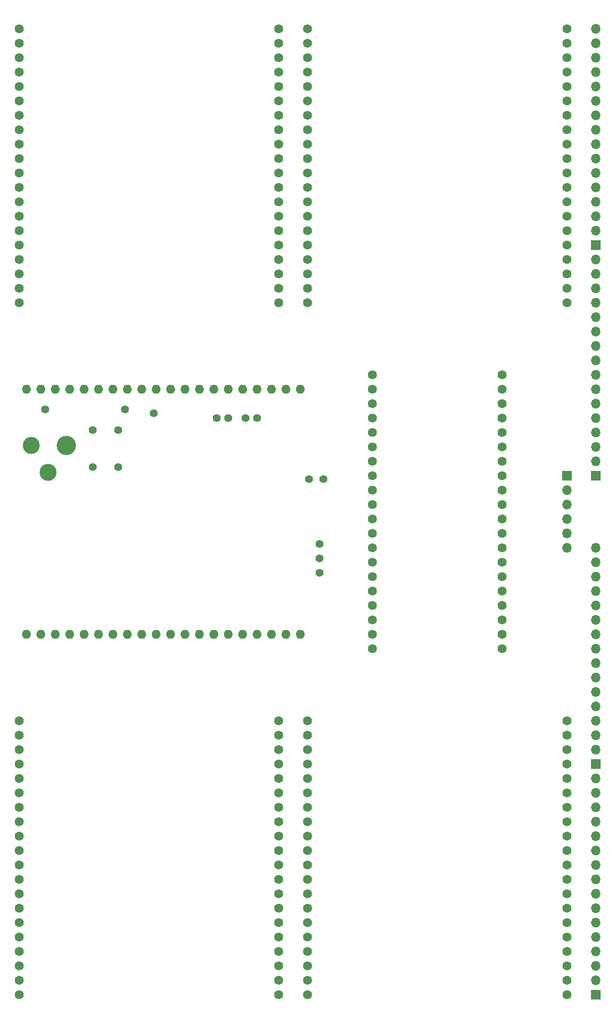
<source format=gbs>
%TF.GenerationSoftware,KiCad,Pcbnew,7.0.5*%
%TF.CreationDate,2024-02-13T10:15:40+02:00*%
%TF.ProjectId,Pico Wide GPIO,5069636f-2057-4696-9465-204750494f2e,rev?*%
%TF.SameCoordinates,PX1c76608PY1287e58*%
%TF.FileFunction,Soldermask,Bot*%
%TF.FilePolarity,Negative*%
%FSLAX46Y46*%
G04 Gerber Fmt 4.6, Leading zero omitted, Abs format (unit mm)*
G04 Created by KiCad (PCBNEW 7.0.5) date 2024-02-13 10:15:40*
%MOMM*%
%LPD*%
G01*
G04 APERTURE LIST*
%ADD10C,1.600000*%
%ADD11R,1.700000X1.700000*%
%ADD12O,1.700000X1.700000*%
%ADD13C,1.400000*%
%ADD14C,3.000000*%
%ADD15C,3.400000*%
%ADD16O,1.600000X1.600000*%
G04 APERTURE END LIST*
D10*
%TO.C,B6*%
X62230000Y-60960000D03*
X62230000Y-63500000D03*
X62230000Y-66040000D03*
X62230000Y-68580000D03*
X62230000Y-71120000D03*
X62230000Y-73660000D03*
X62230000Y-76200000D03*
X62230000Y-78740000D03*
X62230000Y-81280000D03*
X62230000Y-83820000D03*
X62230000Y-86360000D03*
X62230000Y-88900000D03*
X62230000Y-91440000D03*
X62230000Y-93980000D03*
X62230000Y-96520000D03*
X62230000Y-99060000D03*
X62230000Y-101600000D03*
X62230000Y-104140000D03*
X62230000Y-106680000D03*
X62230000Y-109220000D03*
X85090000Y-109220000D03*
X85090000Y-106680000D03*
X85090000Y-104140000D03*
X85090000Y-101600000D03*
X85090000Y-99060000D03*
X85090000Y-96520000D03*
X85090000Y-93980000D03*
X85090000Y-91440000D03*
X85090000Y-88900000D03*
X85090000Y-86360000D03*
X85090000Y-83820000D03*
X85090000Y-81280000D03*
X85090000Y-78740000D03*
X85090000Y-76200000D03*
X85090000Y-73660000D03*
X85090000Y-71120000D03*
X85090000Y-68580000D03*
X85090000Y-66040000D03*
X85090000Y-63500000D03*
X85090000Y-60960000D03*
%TD*%
D11*
%TO.C,J4*%
X101600000Y-170180000D03*
D12*
X101600000Y-167640000D03*
X101600000Y-165100000D03*
X101600000Y-162560000D03*
X101600000Y-160020000D03*
X101600000Y-157480000D03*
X101600000Y-154940000D03*
X101600000Y-152400000D03*
X101600000Y-149860000D03*
X101600000Y-147320000D03*
X101600000Y-144780000D03*
X101600000Y-142240000D03*
X101600000Y-139700000D03*
X101600000Y-137160000D03*
X101600000Y-134620000D03*
X101600000Y-132080000D03*
%TD*%
D13*
%TO.C,B5*%
X52919161Y-95863210D03*
X52919161Y-93323210D03*
X52919161Y-90783210D03*
X51017159Y-79353210D03*
X53557159Y-79353210D03*
D14*
X5108800Y-78106000D03*
D13*
X12956999Y-77164000D03*
X17456999Y-77164000D03*
D14*
X2108800Y-73406000D03*
D15*
X8308800Y-73406000D03*
D13*
X12956999Y-70664000D03*
X17456999Y-70664000D03*
X34844399Y-68580000D03*
X36844399Y-68580000D03*
X39924401Y-68580000D03*
X41924401Y-68580000D03*
X23752000Y-67691000D03*
X4572000Y-67056000D03*
X18672000Y-67056000D03*
D16*
X1270000Y-106680000D03*
X3810000Y-106680000D03*
X6350000Y-106680000D03*
X8890000Y-106680000D03*
X11430000Y-106680000D03*
X13970000Y-106680000D03*
X16510000Y-106680000D03*
X19050000Y-106680000D03*
X21590000Y-106680000D03*
X24130000Y-106680000D03*
X26670000Y-106680000D03*
X29210000Y-106680000D03*
X31750000Y-106680000D03*
X34290000Y-106680000D03*
X36830000Y-106680000D03*
X39370000Y-106680000D03*
X41910000Y-106680000D03*
X44450000Y-106680000D03*
X46990000Y-106680000D03*
X49530000Y-106680000D03*
X49530000Y-63500000D03*
X46990000Y-63500000D03*
X44450000Y-63500000D03*
X41910000Y-63500000D03*
X39370000Y-63500000D03*
X36830000Y-63500000D03*
X34290000Y-63500000D03*
X31750000Y-63500000D03*
X29210000Y-63500000D03*
X26670000Y-63500000D03*
X24130000Y-63500000D03*
X21590000Y-63500000D03*
X19050000Y-63500000D03*
X16510000Y-63500000D03*
X13970000Y-63500000D03*
X11430000Y-63500000D03*
X8890000Y-63500000D03*
X6350000Y-63500000D03*
X3810000Y-63500000D03*
X1270000Y-63500000D03*
%TD*%
D10*
%TO.C,B1*%
X50800000Y-121920000D03*
X50800000Y-124460000D03*
X50800000Y-127000000D03*
X50800000Y-129540000D03*
X50800000Y-132080000D03*
X50800000Y-134620000D03*
X50800000Y-137160000D03*
X50800000Y-139700000D03*
X50800000Y-142240000D03*
X50800000Y-144780000D03*
X50800000Y-147320000D03*
X50800000Y-149860000D03*
X50800000Y-152400000D03*
X50800000Y-154940000D03*
X50800000Y-157480000D03*
X50800000Y-160020000D03*
X50800000Y-162560000D03*
X50800000Y-165100000D03*
X50800000Y-167640000D03*
X50800000Y-170180000D03*
X96520000Y-170180000D03*
X96520000Y-167640000D03*
X96520000Y-165100000D03*
X96520000Y-162560000D03*
X96520000Y-160020000D03*
X96520000Y-157480000D03*
X96520000Y-154940000D03*
X96520000Y-152400000D03*
X96520000Y-149860000D03*
X96520000Y-147320000D03*
X96520000Y-144780000D03*
X96520000Y-142240000D03*
X96520000Y-139700000D03*
X96520000Y-137160000D03*
X96520000Y-134620000D03*
X96520000Y-132080000D03*
X96520000Y-129540000D03*
X96520000Y-127000000D03*
X96520000Y-124460000D03*
X96520000Y-121920000D03*
%TD*%
D11*
%TO.C,J7*%
X101600000Y-38100000D03*
D12*
X101600000Y-35560000D03*
X101600000Y-33020000D03*
X101600000Y-30480000D03*
X101600000Y-27940000D03*
X101600000Y-25400000D03*
X101600000Y-22860000D03*
X101600000Y-20320000D03*
X101600000Y-17780000D03*
X101600000Y-15240000D03*
X101600000Y-12700000D03*
X101600000Y-10160000D03*
X101600000Y-7620000D03*
X101600000Y-5080000D03*
X101600000Y-2540000D03*
X101600000Y0D03*
%TD*%
D11*
%TO.C,J6*%
X101600000Y-78740000D03*
D12*
X101600000Y-76200000D03*
X101600000Y-73660000D03*
X101600000Y-71120000D03*
X101600000Y-68580000D03*
X101600000Y-66040000D03*
X101600000Y-63500000D03*
X101600000Y-60960000D03*
X101600000Y-58420000D03*
X101600000Y-55880000D03*
X101600000Y-53340000D03*
X101600000Y-50800000D03*
X101600000Y-48260000D03*
X101600000Y-45720000D03*
X101600000Y-43180000D03*
X101600000Y-40640000D03*
%TD*%
D10*
%TO.C,B3*%
X0Y0D03*
X0Y-2540000D03*
X0Y-5080000D03*
X0Y-7620000D03*
X0Y-10160000D03*
X0Y-12700000D03*
X0Y-15240000D03*
X0Y-17780000D03*
X0Y-20320000D03*
X0Y-22860000D03*
X0Y-25400000D03*
X0Y-27940000D03*
X0Y-30480000D03*
X0Y-33020000D03*
X0Y-35560000D03*
X0Y-38100000D03*
X0Y-40640000D03*
X0Y-43180000D03*
X0Y-45720000D03*
X0Y-48260000D03*
X45720000Y-48260000D03*
X45720000Y-45720000D03*
X45720000Y-43180000D03*
X45720000Y-40640000D03*
X45720000Y-38100000D03*
X45720000Y-35560000D03*
X45720000Y-33020000D03*
X45720000Y-30480000D03*
X45720000Y-27940000D03*
X45720000Y-25400000D03*
X45720000Y-22860000D03*
X45720000Y-20320000D03*
X45720000Y-17780000D03*
X45720000Y-15240000D03*
X45720000Y-12700000D03*
X45720000Y-10160000D03*
X45720000Y-7620000D03*
X45720000Y-5080000D03*
X45720000Y-2540000D03*
X45720000Y0D03*
%TD*%
D11*
%TO.C,J9*%
X96520000Y-78740000D03*
D12*
X96520000Y-81280000D03*
X96520000Y-83820000D03*
X96520000Y-86360000D03*
X96520000Y-88900000D03*
X96520000Y-91440000D03*
%TD*%
D10*
%TO.C,B2*%
X0Y-121920000D03*
X0Y-124460000D03*
X0Y-127000000D03*
X0Y-129540000D03*
X0Y-132080000D03*
X0Y-134620000D03*
X0Y-137160000D03*
X0Y-139700000D03*
X0Y-142240000D03*
X0Y-144780000D03*
X0Y-147320000D03*
X0Y-149860000D03*
X0Y-152400000D03*
X0Y-154940000D03*
X0Y-157480000D03*
X0Y-160020000D03*
X0Y-162560000D03*
X0Y-165100000D03*
X0Y-167640000D03*
X0Y-170180000D03*
X45720000Y-170180000D03*
X45720000Y-167640000D03*
X45720000Y-165100000D03*
X45720000Y-162560000D03*
X45720000Y-160020000D03*
X45720000Y-157480000D03*
X45720000Y-154940000D03*
X45720000Y-152400000D03*
X45720000Y-149860000D03*
X45720000Y-147320000D03*
X45720000Y-144780000D03*
X45720000Y-142240000D03*
X45720000Y-139700000D03*
X45720000Y-137160000D03*
X45720000Y-134620000D03*
X45720000Y-132080000D03*
X45720000Y-129540000D03*
X45720000Y-127000000D03*
X45720000Y-124460000D03*
X45720000Y-121920000D03*
%TD*%
%TO.C,B4*%
X50800000Y0D03*
X50800000Y-2540000D03*
X50800000Y-5080000D03*
X50800000Y-7620000D03*
X50800000Y-10160000D03*
X50800000Y-12700000D03*
X50800000Y-15240000D03*
X50800000Y-17780000D03*
X50800000Y-20320000D03*
X50800000Y-22860000D03*
X50800000Y-25400000D03*
X50800000Y-27940000D03*
X50800000Y-30480000D03*
X50800000Y-33020000D03*
X50800000Y-35560000D03*
X50800000Y-38100000D03*
X50800000Y-40640000D03*
X50800000Y-43180000D03*
X50800000Y-45720000D03*
X50800000Y-48260000D03*
X96520000Y-48260000D03*
X96520000Y-45720000D03*
X96520000Y-43180000D03*
X96520000Y-40640000D03*
X96520000Y-38100000D03*
X96520000Y-35560000D03*
X96520000Y-33020000D03*
X96520000Y-30480000D03*
X96520000Y-27940000D03*
X96520000Y-25400000D03*
X96520000Y-22860000D03*
X96520000Y-20320000D03*
X96520000Y-17780000D03*
X96520000Y-15240000D03*
X96520000Y-12700000D03*
X96520000Y-10160000D03*
X96520000Y-7620000D03*
X96520000Y-5080000D03*
X96520000Y-2540000D03*
X96520000Y0D03*
%TD*%
D11*
%TO.C,J5*%
X101600000Y-129540000D03*
D12*
X101600000Y-127000000D03*
X101600000Y-124460000D03*
X101600000Y-121920000D03*
X101600000Y-119380000D03*
X101600000Y-116840000D03*
X101600000Y-114300000D03*
X101600000Y-111760000D03*
X101600000Y-109220000D03*
X101600000Y-106680000D03*
X101600000Y-104140000D03*
X101600000Y-101600000D03*
X101600000Y-99060000D03*
X101600000Y-96520000D03*
X101600000Y-93980000D03*
X101600000Y-91440000D03*
%TD*%
M02*

</source>
